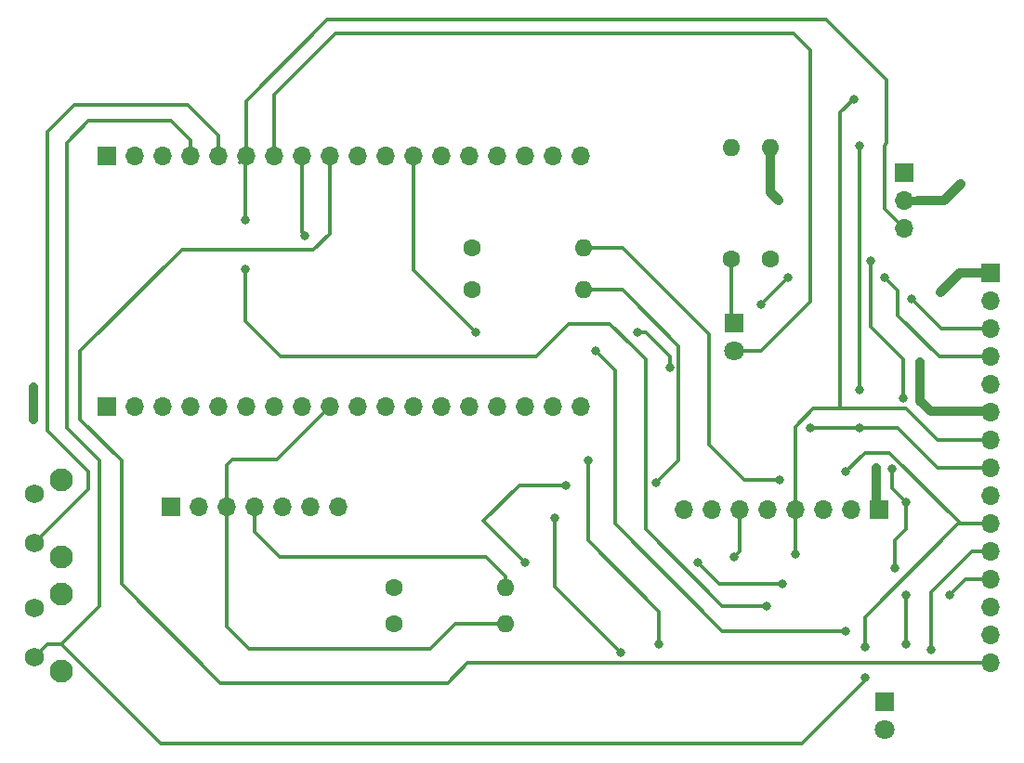
<source format=gbr>
%TF.GenerationSoftware,KiCad,Pcbnew,5.1.6-c6e7f7d~87~ubuntu18.04.1*%
%TF.CreationDate,2020-12-14T21:37:13-05:00*%
%TF.ProjectId,remote,72656d6f-7465-42e6-9b69-6361645f7063,rev?*%
%TF.SameCoordinates,Original*%
%TF.FileFunction,Copper,L2,Bot*%
%TF.FilePolarity,Positive*%
%FSLAX46Y46*%
G04 Gerber Fmt 4.6, Leading zero omitted, Abs format (unit mm)*
G04 Created by KiCad (PCBNEW 5.1.6-c6e7f7d~87~ubuntu18.04.1) date 2020-12-14 21:37:13*
%MOMM*%
%LPD*%
G01*
G04 APERTURE LIST*
%TA.AperFunction,ComponentPad*%
%ADD10O,1.700000X1.700000*%
%TD*%
%TA.AperFunction,ComponentPad*%
%ADD11R,1.700000X1.700000*%
%TD*%
%TA.AperFunction,ComponentPad*%
%ADD12C,2.100000*%
%TD*%
%TA.AperFunction,ComponentPad*%
%ADD13C,1.750000*%
%TD*%
%TA.AperFunction,ComponentPad*%
%ADD14O,1.600000X1.600000*%
%TD*%
%TA.AperFunction,ComponentPad*%
%ADD15C,1.600000*%
%TD*%
%TA.AperFunction,ComponentPad*%
%ADD16C,1.800000*%
%TD*%
%TA.AperFunction,ComponentPad*%
%ADD17R,1.800000X1.800000*%
%TD*%
%TA.AperFunction,ViaPad*%
%ADD18C,0.800000*%
%TD*%
%TA.AperFunction,Conductor*%
%ADD19C,0.850000*%
%TD*%
%TA.AperFunction,Conductor*%
%ADD20C,0.800000*%
%TD*%
%TA.AperFunction,Conductor*%
%ADD21C,0.304800*%
%TD*%
G04 APERTURE END LIST*
D10*
%TO.P,J2,18*%
%TO.N,SDA*%
X115570000Y-76708000D03*
%TO.P,J2,17*%
%TO.N,N/C*%
X113030000Y-76708000D03*
%TO.P,J2,16*%
X110490000Y-76708000D03*
%TO.P,J2,15*%
X107950000Y-76708000D03*
%TO.P,J2,14*%
X105410000Y-76708000D03*
%TO.P,J2,13*%
X102870000Y-76708000D03*
%TO.P,J2,12*%
%TO.N,25_LED*%
X100330000Y-76708000D03*
%TO.P,J2,11*%
%TO.N,N/C*%
X97790000Y-76708000D03*
%TO.P,J2,10*%
X95250000Y-76708000D03*
%TO.P,J2,9*%
%TO.N,35_A7*%
X92710000Y-76708000D03*
%TO.P,J2,8*%
%TO.N,34_A6*%
X90170000Y-76708000D03*
%TO.P,J2,7*%
%TO.N,39_A3*%
X87630000Y-76708000D03*
%TO.P,J2,6*%
%TO.N,38_A2*%
X85090000Y-76708000D03*
%TO.P,J2,5*%
%TO.N,37_A1*%
X82550000Y-76708000D03*
%TO.P,J2,4*%
%TO.N,36_A0*%
X80010000Y-76708000D03*
%TO.P,J2,3*%
%TO.N,N/C*%
X77470000Y-76708000D03*
%TO.P,J2,2*%
%TO.N,+3V3*%
X74930000Y-76708000D03*
D11*
%TO.P,J2,1*%
%TO.N,GND*%
X72390000Y-76708000D03*
%TD*%
D12*
%TO.P,SW2,*%
%TO.N,*%
X68276000Y-123678000D03*
D13*
%TO.P,SW2,1*%
%TO.N,36_A0*%
X65786000Y-122428000D03*
%TO.P,SW2,2*%
%TO.N,GND*%
X65786000Y-117928000D03*
D12*
%TO.P,SW2,*%
%TO.N,*%
X68276000Y-116668000D03*
%TD*%
%TO.P,SW1,*%
%TO.N,*%
X68276000Y-113264000D03*
D13*
%TO.P,SW1,1*%
%TO.N,37_A1*%
X65786000Y-112014000D03*
%TO.P,SW1,2*%
%TO.N,GND*%
X65786000Y-107514000D03*
D12*
%TO.P,SW1,*%
%TO.N,*%
X68276000Y-106254000D03*
%TD*%
D10*
%TO.P,J3,15*%
%TO.N,35_A7*%
X152908000Y-122936000D03*
%TO.P,J3,14*%
%TO.N,34_A6*%
X152908000Y-120396000D03*
%TO.P,J3,13*%
%TO.N,39_A3*%
X152908000Y-117856000D03*
%TO.P,J3,12*%
%TO.N,38_A2*%
X152908000Y-115316000D03*
%TO.P,J3,11*%
%TO.N,37_A1*%
X152908000Y-112776000D03*
%TO.P,J3,10*%
%TO.N,36_A0*%
X152908000Y-110236000D03*
%TO.P,J3,9*%
%TO.N,GND*%
X152908000Y-107696000D03*
%TO.P,J3,8*%
%TO.N,SDA*%
X152908000Y-105156000D03*
%TO.P,J3,7*%
%TO.N,SCL*%
X152908000Y-102616000D03*
%TO.P,J3,6*%
%TO.N,GND*%
X152908000Y-100076000D03*
%TO.P,J3,5*%
%TO.N,+3V3*%
X152908000Y-97536000D03*
%TO.P,J3,4*%
%TO.N,TX*%
X152908000Y-94996000D03*
%TO.P,J3,3*%
%TO.N,RX*%
X152908000Y-92456000D03*
%TO.P,J3,2*%
%TO.N,GND*%
X152908000Y-89916000D03*
D11*
%TO.P,J3,1*%
%TO.N,+3V3*%
X152908000Y-87376000D03*
%TD*%
D14*
%TO.P,RS3,2*%
%TO.N,GND*%
X132842000Y-75946000D03*
D15*
%TO.P,RS3,1*%
%TO.N,Net-(D2-Pad1)*%
X132842000Y-86106000D03*
%TD*%
D16*
%TO.P,D2,2*%
%TO.N,25_LED*%
X143250000Y-129040000D03*
D17*
%TO.P,D2,1*%
%TO.N,Net-(D2-Pad1)*%
X143250000Y-126500000D03*
%TD*%
D14*
%TO.P,RS2,2*%
%TO.N,GND*%
X129286000Y-75946000D03*
D15*
%TO.P,RS2,1*%
%TO.N,Net-(D1-Pad1)*%
X129286000Y-86106000D03*
%TD*%
D16*
%TO.P,D1,2*%
%TO.N,39_A3*%
X129540000Y-94488000D03*
D17*
%TO.P,D1,1*%
%TO.N,Net-(D1-Pad1)*%
X129540000Y-91948000D03*
%TD*%
D10*
%TO.P,J4,3*%
%TO.N,38_A2*%
X145034000Y-83312000D03*
%TO.P,J4,2*%
%TO.N,GND*%
X145034000Y-80772000D03*
D11*
%TO.P,J4,1*%
%TO.N,+3V3*%
X145034000Y-78232000D03*
%TD*%
D10*
%TO.P,J1,18*%
%TO.N,N/C*%
X115570000Y-99568000D03*
%TO.P,J1,17*%
X113030000Y-99568000D03*
%TO.P,J1,16*%
X110490000Y-99568000D03*
%TO.P,J1,15*%
X107950000Y-99568000D03*
%TO.P,J1,14*%
X105410000Y-99568000D03*
%TO.P,J1,13*%
X102870000Y-99568000D03*
%TO.P,J1,12*%
X100330000Y-99568000D03*
%TO.P,J1,11*%
X97790000Y-99568000D03*
%TO.P,J1,10*%
X95250000Y-99568000D03*
%TO.P,J1,9*%
%TO.N,SCL*%
X92710000Y-99568000D03*
%TO.P,J1,8*%
%TO.N,N/C*%
X90170000Y-99568000D03*
%TO.P,J1,7*%
X87630000Y-99568000D03*
%TO.P,J1,6*%
%TO.N,TX*%
X85090000Y-99568000D03*
%TO.P,J1,5*%
%TO.N,RX*%
X82550000Y-99568000D03*
%TO.P,J1,4*%
%TO.N,N/C*%
X80010000Y-99568000D03*
%TO.P,J1,3*%
X77470000Y-99568000D03*
%TO.P,J1,2*%
X74930000Y-99568000D03*
D11*
%TO.P,J1,1*%
%TO.N,GND*%
X72390000Y-99568000D03*
%TD*%
D15*
%TO.P,RS1,1*%
%TO.N,+3V3*%
X105732000Y-88912000D03*
D14*
%TO.P,RS1,2*%
%TO.N,37_A1*%
X115892000Y-88912000D03*
%TD*%
D15*
%TO.P,RS0,1*%
%TO.N,+3V3*%
X105732000Y-85102000D03*
D14*
%TO.P,RS0,2*%
%TO.N,36_A0*%
X115892000Y-85102000D03*
%TD*%
D10*
%TO.P,J11,8*%
%TO.N,N/C*%
X124968000Y-108966000D03*
%TO.P,J11,7*%
X127508000Y-108966000D03*
%TO.P,J11,6*%
%TO.N,SDA*%
X130048000Y-108966000D03*
%TO.P,J11,5*%
%TO.N,N/C*%
X132588000Y-108966000D03*
%TO.P,J11,4*%
%TO.N,SCL*%
X135128000Y-108966000D03*
%TO.P,J11,3*%
%TO.N,GND*%
X137668000Y-108966000D03*
%TO.P,J11,2*%
%TO.N,N/C*%
X140208000Y-108966000D03*
D11*
%TO.P,J11,1*%
%TO.N,+3V3*%
X142748000Y-108966000D03*
%TD*%
%TO.P,J9,1*%
%TO.N,+3V3*%
X78232000Y-108712000D03*
D10*
%TO.P,J9,2*%
%TO.N,GND*%
X80772000Y-108712000D03*
%TO.P,J9,3*%
%TO.N,SCL*%
X83312000Y-108712000D03*
%TO.P,J9,4*%
%TO.N,SDA*%
X85852000Y-108712000D03*
%TO.P,J9,5*%
%TO.N,N/C*%
X88392000Y-108712000D03*
%TO.P,J9,6*%
X90932000Y-108712000D03*
%TO.P,J9,7*%
X93472000Y-108712000D03*
%TD*%
D14*
%TO.P,R3,2*%
%TO.N,SDA*%
X108712000Y-116078000D03*
D15*
%TO.P,R3,1*%
%TO.N,+3V3*%
X98552000Y-116078000D03*
%TD*%
D14*
%TO.P,R2,2*%
%TO.N,SCL*%
X108712000Y-119380000D03*
D15*
%TO.P,R2,1*%
%TO.N,+3V3*%
X98552000Y-119380000D03*
%TD*%
D18*
%TO.N,+3V3*%
X142494000Y-105156000D03*
X148336000Y-89154000D03*
X65750000Y-100750000D03*
X65750000Y-97750000D03*
%TO.N,GND*%
X133604000Y-80772000D03*
X146500000Y-95500000D03*
X146500000Y-99000000D03*
X150250000Y-79250000D03*
%TO.N,SDA*%
X129540000Y-113284000D03*
X136500000Y-101500000D03*
X141000000Y-75750000D03*
X141000000Y-98000000D03*
X141000000Y-101500000D03*
%TO.N,SCL*%
X135128000Y-113030000D03*
X140500000Y-71500000D03*
%TO.N,TX*%
X143250000Y-87750000D03*
X134500000Y-87750000D03*
X132000000Y-90250000D03*
%TO.N,RX*%
X145750000Y-89750000D03*
%TO.N,38_A2*%
X132500000Y-117750000D03*
X85000000Y-87000000D03*
X85000000Y-82500000D03*
X149250000Y-116750000D03*
%TO.N,37_A1*%
X147500000Y-121750000D03*
X122500000Y-106500000D03*
X113250000Y-109750000D03*
X119250000Y-122000000D03*
%TO.N,36_A0*%
X141500000Y-124250000D03*
X141500000Y-121500000D03*
X133750000Y-106250000D03*
X139750000Y-105500000D03*
%TO.N,34_A6*%
X90500000Y-84000000D03*
X117000000Y-94500000D03*
X139750000Y-120000000D03*
%TO.N,Net-(D2-Pad1)*%
X145250000Y-121250000D03*
X145250000Y-108250000D03*
X144000000Y-105250000D03*
X145000000Y-98750000D03*
X145250000Y-116750000D03*
X144250000Y-114250000D03*
X142000000Y-86250000D03*
%TO.N,25_LED*%
X122750000Y-121250000D03*
X116250000Y-104500000D03*
X123750000Y-96000000D03*
X120750000Y-92750000D03*
X106000000Y-92750000D03*
%TO.N,39_A3*%
X134000000Y-115750000D03*
X126250000Y-113750000D03*
X110500000Y-113750000D03*
X114250000Y-106750000D03*
%TD*%
D19*
%TO.N,+3V3*%
X142494000Y-108712000D02*
X142748000Y-108966000D01*
X142494000Y-105156000D02*
X142494000Y-108712000D01*
X152908000Y-87376000D02*
X150114000Y-87376000D01*
X150114000Y-87376000D02*
X148336000Y-89154000D01*
X65750000Y-100750000D02*
X65750000Y-97750000D01*
%TO.N,GND*%
X132842000Y-80010000D02*
X132842000Y-75946000D01*
X133604000Y-80772000D02*
X132842000Y-80010000D01*
D20*
X145034000Y-80772000D02*
X146304000Y-80772000D01*
D19*
X146500000Y-95500000D02*
X146500000Y-98494000D01*
X146500000Y-98494000D02*
X146500000Y-99000000D01*
X146500000Y-99000000D02*
X147500000Y-100000000D01*
X152832000Y-100000000D02*
X152908000Y-100076000D01*
X147500000Y-100000000D02*
X152832000Y-100000000D01*
X146304000Y-80772000D02*
X148728000Y-80772000D01*
X148728000Y-80772000D02*
X150250000Y-79250000D01*
D21*
%TO.N,SDA*%
X85852000Y-108712000D02*
X85852000Y-110998000D01*
X85852000Y-110998000D02*
X88138000Y-113284000D01*
X88138000Y-113284000D02*
X106934000Y-113284000D01*
X108712000Y-115062000D02*
X108712000Y-116078000D01*
X106934000Y-113284000D02*
X108712000Y-115062000D01*
X130048000Y-112776000D02*
X130048000Y-108966000D01*
X129540000Y-113284000D02*
X130048000Y-112776000D01*
X152908000Y-105156000D02*
X148156000Y-105156000D01*
X148156000Y-105156000D02*
X144500000Y-101500000D01*
X141000000Y-75750000D02*
X141000000Y-98000000D01*
X144500000Y-101500000D02*
X141000000Y-101500000D01*
X141000000Y-101500000D02*
X136500000Y-101500000D01*
%TO.N,SCL*%
X83820000Y-104394000D02*
X83312000Y-104902000D01*
X92710000Y-99568000D02*
X87884000Y-104394000D01*
X87884000Y-104394000D02*
X83820000Y-104394000D01*
X108712000Y-119380000D02*
X104140000Y-119380000D01*
X104140000Y-119380000D02*
X101854000Y-121666000D01*
X101854000Y-121666000D02*
X85344000Y-121666000D01*
X83312000Y-119634000D02*
X83312000Y-106426000D01*
X83312000Y-104902000D02*
X83312000Y-106426000D01*
X85344000Y-121666000D02*
X83312000Y-119634000D01*
X83312000Y-106426000D02*
X83312000Y-108712000D01*
X135128000Y-113030000D02*
X135128000Y-108966000D01*
X152908000Y-102616000D02*
X148116000Y-102616000D01*
X148116000Y-102616000D02*
X145250000Y-99750000D01*
X135128000Y-101372000D02*
X135128000Y-108966000D01*
X136750000Y-99750000D02*
X135128000Y-101372000D01*
X139250000Y-99750000D02*
X139250000Y-72750000D01*
X139250000Y-72750000D02*
X140500000Y-71500000D01*
X139250000Y-99750000D02*
X136750000Y-99750000D01*
X145250000Y-99750000D02*
X139250000Y-99750000D01*
%TO.N,TX*%
X148496000Y-94996000D02*
X152908000Y-94996000D01*
X148496000Y-94996000D02*
X148246000Y-94996000D01*
X148246000Y-94996000D02*
X144500000Y-91250000D01*
X144500000Y-91250000D02*
X144500000Y-89000000D01*
X144500000Y-89000000D02*
X143250000Y-87750000D01*
X134500000Y-87750000D02*
X132000000Y-90250000D01*
%TO.N,RX*%
X148456000Y-92456000D02*
X152908000Y-92456000D01*
X145750000Y-89750000D02*
X148456000Y-92456000D01*
%TO.N,38_A2*%
X143250000Y-81528000D02*
X145034000Y-83312000D01*
X143250000Y-75750000D02*
X143250000Y-81528000D01*
X143500000Y-75500000D02*
X143250000Y-75750000D01*
X138000000Y-64250000D02*
X143500000Y-69750000D01*
X85090000Y-71660000D02*
X92500000Y-64250000D01*
X85090000Y-76708000D02*
X85090000Y-71660000D01*
X92500000Y-64250000D02*
X138000000Y-64250000D01*
X143500000Y-69750000D02*
X143500000Y-75500000D01*
X152908000Y-115316000D02*
X150934000Y-115316000D01*
X132500000Y-117750000D02*
X128500000Y-117750000D01*
X128500000Y-117750000D02*
X121500000Y-110750000D01*
X121500000Y-110750000D02*
X121500000Y-95250000D01*
X84500000Y-77298000D02*
X85090000Y-76708000D01*
X121500000Y-95250000D02*
X120250000Y-94000000D01*
X120250000Y-94000000D02*
X118250000Y-92000000D01*
X118250000Y-92000000D02*
X114500000Y-92000000D01*
X114500000Y-92000000D02*
X111500000Y-95000000D01*
X111500000Y-95000000D02*
X88250000Y-95000000D01*
X88250000Y-95000000D02*
X85000000Y-91750000D01*
X85000000Y-91750000D02*
X85000000Y-87000000D01*
X85000000Y-76798000D02*
X85090000Y-76708000D01*
X85000000Y-82500000D02*
X85000000Y-76798000D01*
X150934000Y-115316000D02*
X150684000Y-115316000D01*
X150684000Y-115316000D02*
X149250000Y-116750000D01*
%TO.N,37_A1*%
X79750000Y-72000000D02*
X82550000Y-74800000D01*
X65786000Y-112014000D02*
X70750000Y-107050000D01*
X67000000Y-101750000D02*
X67000000Y-74500000D01*
X70750000Y-105500000D02*
X67000000Y-101750000D01*
X82550000Y-74800000D02*
X82550000Y-76708000D01*
X70750000Y-107050000D02*
X70750000Y-105500000D01*
X69500000Y-72000000D02*
X79750000Y-72000000D01*
X67000000Y-74500000D02*
X69500000Y-72000000D01*
X147500000Y-121750000D02*
X147500000Y-116500000D01*
X151224000Y-112776000D02*
X152908000Y-112776000D01*
X147500000Y-116500000D02*
X151224000Y-112776000D01*
X124502401Y-104497599D02*
X122500000Y-106500000D01*
X120142000Y-89662000D02*
X124502401Y-94022401D01*
X124502401Y-94022401D02*
X124502401Y-104497599D01*
X113250000Y-109750000D02*
X113250000Y-116000000D01*
X113250000Y-116000000D02*
X119250000Y-122000000D01*
X120142000Y-89662000D02*
X120142000Y-89642000D01*
X119412000Y-88912000D02*
X115892000Y-88912000D01*
X120142000Y-89642000D02*
X119412000Y-88912000D01*
%TO.N,36_A0*%
X65786000Y-122428000D02*
X67000000Y-121214000D01*
X67000000Y-121214000D02*
X68286000Y-121214000D01*
X68286000Y-121214000D02*
X71750000Y-117750000D01*
X71750000Y-117750000D02*
X71750000Y-104500000D01*
X71750000Y-104500000D02*
X68750000Y-101500000D01*
X68750000Y-101500000D02*
X68750000Y-75500000D01*
X68750000Y-75500000D02*
X70750000Y-73500000D01*
X70750000Y-73500000D02*
X78250000Y-73500000D01*
X80010000Y-75260000D02*
X80010000Y-76708000D01*
X78250000Y-73500000D02*
X80010000Y-75260000D01*
X68286000Y-121214000D02*
X77322000Y-130250000D01*
X77322000Y-130250000D02*
X135750000Y-130250000D01*
X135750000Y-130250000D02*
X141500000Y-124500000D01*
X141500000Y-124500000D02*
X141500000Y-124250000D01*
X141500000Y-121500000D02*
X141500000Y-118750000D01*
X141500000Y-118750000D02*
X150014000Y-110236000D01*
X150236000Y-110236000D02*
X143750000Y-103750000D01*
X150236000Y-110236000D02*
X152908000Y-110236000D01*
X150014000Y-110236000D02*
X150236000Y-110236000D01*
X127250000Y-92960000D02*
X120142000Y-85852000D01*
X127250000Y-97750000D02*
X127250000Y-92960000D01*
X120142000Y-85846000D02*
X119398000Y-85102000D01*
X120142000Y-85852000D02*
X120142000Y-85846000D01*
X115892000Y-85102000D02*
X119398000Y-85102000D01*
X127250000Y-97750000D02*
X127250000Y-103000000D01*
X127250000Y-103000000D02*
X130500000Y-106250000D01*
X130500000Y-106250000D02*
X133750000Y-106250000D01*
X139750000Y-105500000D02*
X141500000Y-103750000D01*
X141500000Y-103750000D02*
X143750000Y-103750000D01*
%TO.N,Net-(D1-Pad1)*%
X129286000Y-91694000D02*
X129540000Y-91948000D01*
X129286000Y-86106000D02*
X129286000Y-91694000D01*
%TO.N,35_A7*%
X79250000Y-85250000D02*
X91250000Y-85250000D01*
X70000000Y-100750000D02*
X70000000Y-94500000D01*
X70000000Y-94500000D02*
X79250000Y-85250000D01*
X105314000Y-122936000D02*
X103500000Y-124750000D01*
X152908000Y-122936000D02*
X105314000Y-122936000D01*
X92710000Y-83790000D02*
X92710000Y-76708000D01*
X103500000Y-124750000D02*
X82750000Y-124750000D01*
X82750000Y-124750000D02*
X73750000Y-115750000D01*
X91250000Y-85250000D02*
X92710000Y-83790000D01*
X73750000Y-115750000D02*
X73750000Y-104500000D01*
X73750000Y-104500000D02*
X70000000Y-100750000D01*
%TO.N,34_A6*%
X90170000Y-76708000D02*
X90170000Y-83670000D01*
X90170000Y-83670000D02*
X90500000Y-84000000D01*
X117000000Y-94500000D02*
X118750000Y-96250000D01*
X118750000Y-96250000D02*
X118750000Y-110250000D01*
X118750000Y-110250000D02*
X128500000Y-120000000D01*
X128500000Y-120000000D02*
X139750000Y-120000000D01*
%TO.N,Net-(D2-Pad1)*%
X145250000Y-121250000D02*
X145250000Y-116750000D01*
X145250000Y-108250000D02*
X144000000Y-107000000D01*
X144000000Y-107000000D02*
X144000000Y-105250000D01*
X144250000Y-114250000D02*
X144250000Y-111750000D01*
X144250000Y-111750000D02*
X145250000Y-110750000D01*
X145250000Y-110750000D02*
X145250000Y-108250000D01*
X142000000Y-86250000D02*
X142000000Y-92250000D01*
X145000000Y-95250000D02*
X145000000Y-98750000D01*
X142000000Y-92250000D02*
X145000000Y-95250000D01*
%TO.N,25_LED*%
X122750000Y-121250000D02*
X122750000Y-118250000D01*
X122750000Y-118250000D02*
X116250000Y-111750000D01*
X116250000Y-111750000D02*
X116250000Y-104500000D01*
X123750000Y-96000000D02*
X123750000Y-95000000D01*
X123750000Y-95000000D02*
X121500000Y-92750000D01*
X121500000Y-92750000D02*
X120750000Y-92750000D01*
X100330000Y-87080000D02*
X100330000Y-76708000D01*
X106000000Y-92750000D02*
X100330000Y-87080000D01*
%TO.N,39_A3*%
X87630000Y-76708000D02*
X87630000Y-71120000D01*
X87630000Y-71120000D02*
X93250000Y-65500000D01*
X132012000Y-94488000D02*
X136500000Y-90000000D01*
X136500000Y-90000000D02*
X136500000Y-67000000D01*
X93250000Y-65500000D02*
X135000000Y-65500000D01*
X136500000Y-67000000D02*
X135000000Y-65500000D01*
X134000000Y-115750000D02*
X128250000Y-115750000D01*
X128250000Y-115750000D02*
X126250000Y-113750000D01*
X110500000Y-113750000D02*
X106750000Y-110000000D01*
X106750000Y-110000000D02*
X110000000Y-106750000D01*
X110000000Y-106750000D02*
X114250000Y-106750000D01*
X129540000Y-94488000D02*
X132012000Y-94488000D01*
%TD*%
M02*

</source>
